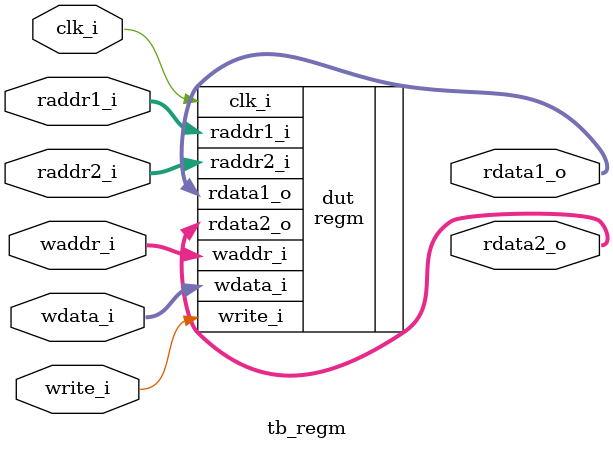
<source format=sv>
/*           __        _
 *  ________/ /  ___ _(_)__  ___
 * / __/ __/ _ \/ _ `/ / _ \/ -_)
 * \__/\__/_//_/\_,_/_/_//_/\__/
 * 
 * Copyright (C) Clément Chaine
 * This file is part of ECAP5-DPROC <https://github.com/cchaine/ECAP5-DPROC>
 *
 * ECAP5-DPROC is free software: you can redistribute it and/or modify
 * it under the terms of the GNU General Public License as published by
 * the Free Software Foundation, either version 3 of the License, or
 * (at your option) any later version.
 *
 * ECAP5-DPROC is distributed in the hope that it will be useful,
 * but WITHOUT ANY WARRANTY; without even the implied warranty of
 * MERCHANTABILITY or FITNESS FOR A PARTICULAR PURPOSE.  See the
 * GNU General Public License for more details.
 *
 * You should have received a copy of the GNU General Public License
 * along with ECAP5-DPROC.  If not, see <http://www.gnu.org/licenses/>.
 */

module tb_regm (
  input   logic        clk_i,     
  input   logic[4:0]   raddr1_i,  
  output  logic[31:0]  rdata1_o,  
  input   logic[4:0]   raddr2_i,  
  output  logic[31:0]  rdata2_o,  
  input   logic        write_i,   
  input   logic[4:0]   waddr_i,   
  input   logic[31:0]  wdata_i    
);

regm dut (
  .clk_i     (clk_i),
  .raddr1_i  (raddr1_i),
  .rdata1_o  (rdata1_o),
  .raddr2_i  (raddr2_i),
  .rdata2_o  (rdata2_o),
  .write_i   (write_i),
  .waddr_i   (waddr_i),
  .wdata_i   (wdata_i)   
);

endmodule // top

</source>
